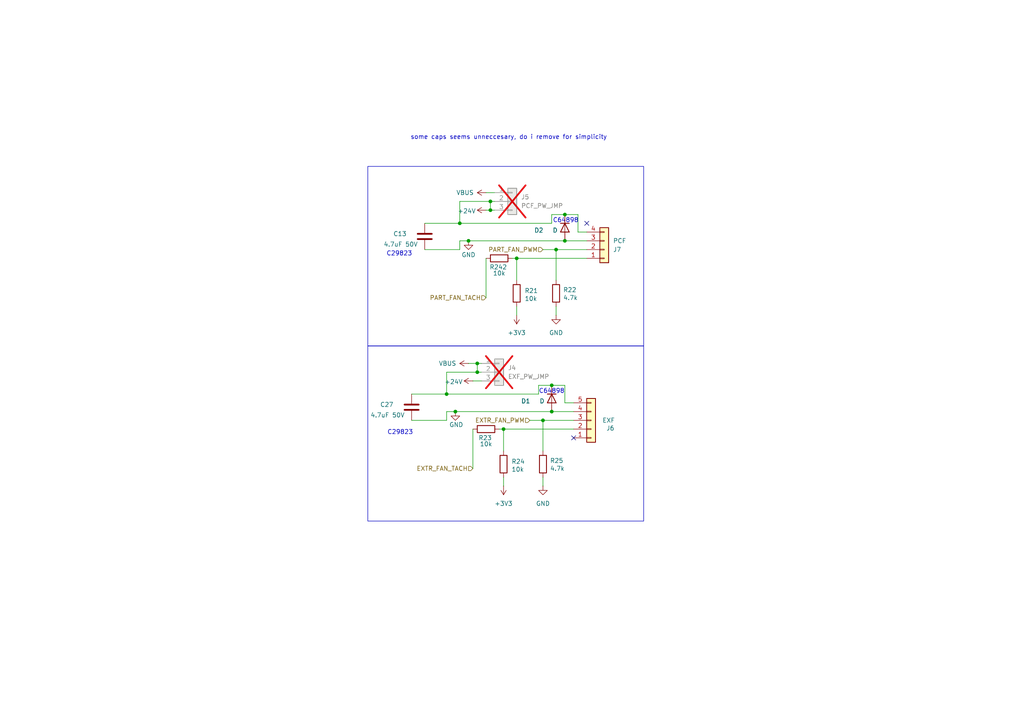
<source format=kicad_sch>
(kicad_sch (version 20250114) (generator "eeschema") (generator_version "9.0")
  (paper "A4")
  (lib_symbols
    (symbol "Connector_Generic:Conn_01x03" (pin_names (offset 1.016) (hide yes))
      (property "Reference" "J" (at 0 5.08 0))
      (property "Value" "Conn_01x03" (at 0 -5.08 0))
      (symbol "Conn_01x03_1_1"
        (rectangle (start -1.27 3.81) (end 1.27 -3.81) (stroke (width 0.254)) (fill (type background)))
        (rectangle (start -1.27 2.667) (end 0 2.413) (stroke (width 0.1524)))
        (rectangle (start -1.27 0.127) (end 0 -0.127) (stroke (width 0.1524)))
        (rectangle (start -1.27 -2.413) (end 0 -2.667) (stroke (width 0.1524)))
        (pin passive line (at -5.08 2.54 0) (length 3.81) (name "Pin_1") (number "1"))
        (pin passive line (at -5.08 0 0) (length 3.81) (name "Pin_2") (number "2"))
        (pin passive line (at -5.08 -2.54 0) (length 3.81) (name "Pin_3") (number "3"))
      )
    )
    (symbol "Connector_Generic:Conn_01x04" (pin_names (offset 1.016) (hide yes))
      (property "Reference" "J" (at 0 5.08 0))
      (property "Value" "Conn_01x04" (at 0 -7.62 0))
      (symbol "Conn_01x04_1_1"
        (rectangle (start -1.27 3.81) (end 1.27 -6.35) (stroke (width 0.254)) (fill (type background)))
        (rectangle (start -1.27 2.667) (end 0 2.413) (stroke (width 0.1524)))
        (rectangle (start -1.27 0.127) (end 0 -0.127) (stroke (width 0.1524)))
        (rectangle (start -1.27 -2.413) (end 0 -2.667) (stroke (width 0.1524)))
        (rectangle (start -1.27 -4.953) (end 0 -5.207) (stroke (width 0.1524)))
        (pin passive line (at -5.08 2.54 0) (length 3.81) (name "Pin_1") (number "1"))
        (pin passive line (at -5.08 0 0) (length 3.81) (name "Pin_2") (number "2"))
        (pin passive line (at -5.08 -2.54 0) (length 3.81) (name "Pin_3") (number "3"))
        (pin passive line (at -5.08 -5.08 0) (length 3.81) (name "Pin_4") (number "4"))
      )
    )
    (symbol "Connector_Generic:Conn_01x05" (pin_names (offset 1.016) (hide yes))
      (property "Reference" "J" (at 0 7.62 0))
      (property "Value" "Conn_01x05" (at 0 -7.62 0))
      (symbol "Conn_01x05_1_1"
        (rectangle (start -1.27 6.35) (end 1.27 -6.35) (stroke (width 0.254)) (fill (type background)))
        (rectangle (start -1.27 5.207) (end 0 4.953) (stroke (width 0.1524)))
        (rectangle (start -1.27 2.667) (end 0 2.413) (stroke (width 0.1524)))
        (rectangle (start -1.27 0.127) (end 0 -0.127) (stroke (width 0.1524)))
        (rectangle (start -1.27 -2.413) (end 0 -2.667) (stroke (width 0.1524)))
        (rectangle (start -1.27 -4.953) (end 0 -5.207) (stroke (width 0.1524)))
        (pin passive line (at -5.08 5.08 0) (length 3.81) (name "Pin_1") (number "1"))
        (pin passive line (at -5.08 2.54 0) (length 3.81) (name "Pin_2") (number "2"))
        (pin passive line (at -5.08 0 0) (length 3.81) (name "Pin_3") (number "3"))
        (pin passive line (at -5.08 -2.54 0) (length 3.81) (name "Pin_4") (number "4"))
        (pin passive line (at -5.08 -5.08 0) (length 3.81) (name "Pin_5") (number "5"))
      )
    )
    (symbol "Device:C" (pin_numbers (hide yes)) (pin_names (offset 0.254))
      (property "Reference" "C" (at 0.635 2.54 0))
      (property "Value" "C" (at 0.635 -2.54 0))
      (symbol "C_0_1"
        (polyline (pts (xy -2.032 0.762) (xy 2.032 0.762)) (stroke (width 0.508)))
        (polyline (pts (xy -2.032 -0.762) (xy 2.032 -0.762)) (stroke (width 0.508)))
      )
      (symbol "C_1_1"
        (pin passive line (at 0 3.81 270) (length 2.794) (name "~") (number "1"))
        (pin passive line (at 0 -3.81 90) (length 2.794) (name "~") (number "2"))
      )
    )
    (symbol "Device:D" (pin_numbers (hide yes)) (pin_names (offset 1.016) (hide yes))
      (property "Reference" "D" (at 0 2.54 0))
      (property "Value" "D" (at 0 -2.54 0))
      (symbol "D_0_1"
        (polyline (pts (xy -1.27 1.27) (xy -1.27 -1.27)) (stroke (width 0.254)))
        (polyline (pts (xy 1.27 1.27) (xy 1.27 -1.27) (xy -1.27 0) (xy 1.27 1.27)) (stroke (width 0.254)))
        (polyline (pts (xy 1.27 0) (xy -1.27 0)))
      )
      (symbol "D_1_1"
        (pin passive line (at -3.81 0 0) (length 2.54) (name "K") (number "1"))
        (pin passive line (at 3.81 0 180) (length 2.54) (name "A") (number "2"))
      )
    )
    (symbol "Device:R" (pin_numbers (hide yes)) (pin_names (offset 0))
      (property "Reference" "R" (at 2.032 0 90))
      (property "Value" "R" (at 0 0 90))
      (symbol "R_0_1"
        (rectangle (start -1.016 -2.54) (end 1.016 2.54) (stroke (width 0.254)))
      )
      (symbol "R_1_1"
        (pin passive line (at 0 3.81 270) (length 1.27) (name "~") (number "1"))
        (pin passive line (at 0 -3.81 90) (length 1.27) (name "~") (number "2"))
      )
    )
    (symbol "power:+24V" (power) (pin_numbers (hide yes)) (pin_names (offset 0) (hide yes))
      (property "Value" "+24V" (at 0 3.556 0))
      (symbol "+24V_0_1"
        (polyline (pts (xy -0.762 1.27) (xy 0 2.54)))
        (polyline (pts (xy 0 2.54) (xy 0.762 1.27)))
        (polyline (pts (xy 0 0) (xy 0 2.54)))
      )
      (symbol "+24V_1_1"
        (pin power_in line (at 0 0 90) (length 0) (name "~") (number "1"))
      )
    )
    (symbol "power:+3V3" (power) (pin_numbers (hide yes)) (pin_names (offset 0) (hide yes))
      (property "Value" "+3V3" (at 0 3.556 0))
      (symbol "+3V3_0_1"
        (polyline (pts (xy -0.762 1.27) (xy 0 2.54)))
        (polyline (pts (xy 0 2.54) (xy 0.762 1.27)))
        (polyline (pts (xy 0 0) (xy 0 2.54)))
      )
      (symbol "+3V3_1_1"
        (pin power_in line (at 0 0 90) (length 0) (name "~") (number "1"))
      )
    )
    (symbol "power:GND" (power) (pin_numbers (hide yes)) (pin_names (offset 0) (hide yes))
      (property "Value" "GND" (at 0 -3.81 0))
      (symbol "GND_0_1"
        (polyline (pts (xy 0 0) (xy 0 -1.27) (xy 1.27 -1.27) (xy 0 -2.54) (xy -1.27 -1.27) (xy 0 -1.27)))
      )
      (symbol "GND_1_1"
        (pin power_in line (at 0 0 270) (length 0) (name "~") (number "1"))
      )
    )
    (symbol "power:VBUS" (power) (pin_numbers (hide yes)) (pin_names (offset 0) (hide yes))
      (property "Value" "VBUS" (at 0 3.556 0))
      (symbol "VBUS_0_1"
        (polyline (pts (xy -0.762 1.27) (xy 0 2.54)))
        (polyline (pts (xy 0 2.54) (xy 0.762 1.27)))
        (polyline (pts (xy 0 0) (xy 0 2.54)))
      )
      (symbol "VBUS_1_1"
        (pin power_in line (at 0 0 90) (length 0) (name "~") (number "1"))
      )
    )
  )
  (rectangle (start 106.68 100.33) (end 186.69 151.13))
  (rectangle (start 106.68 48.26) (end 186.69 100.33))
  (text "C29823" (at 115.824 73.66 0) (effects (font (size 1.27 1.27))))
  (text "some caps seems unneccesary, do i remove for simplicity" (at 147.574 39.878 0) (effects (font (size 1.27 1.27))))
  (text "C64898" (at 160.02 113.538 0) (effects (font (size 1.27 1.27))))
  (text "C64898" (at 164.084 64.008 0) (effects (font (size 1.27 1.27))))
  (text "C29823" (at 116.078 125.476 0) (effects (font (size 1.27 1.27))))
  (junction (at 146.05 124.46))
  (junction (at 161.29 72.39))
  (junction (at 129.54 114.3))
  (junction (at 160.02 111.76))
  (junction (at 133.35 64.77))
  (junction (at 132.08 119.38))
  (junction (at 138.43 107.95))
  (junction (at 157.48 121.92))
  (junction (at 163.83 69.85))
  (junction (at 163.83 62.23))
  (junction (at 135.89 69.85))
  (junction (at 142.24 60.96))
  (junction (at 149.86 74.93))
  (junction (at 160.02 119.38))
  (junction (at 138.43 105.41))
  (junction (at 142.24 58.42))
  (no_connect (at 166.37 127))
  (no_connect (at 170.18 64.77))
  (wire (pts (xy 135.89 105.41) (xy 138.43 105.41)))
  (wire (pts (xy 133.35 72.39) (xy 123.19 72.39)))
  (wire (pts (xy 133.35 58.42) (xy 133.35 64.77)))
  (wire (pts (xy 140.97 55.88) (xy 143.51 55.88)))
  (wire (pts (xy 157.48 72.39) (xy 161.29 72.39)))
  (wire (pts (xy 140.97 60.96) (xy 142.24 60.96)))
  (wire (pts (xy 161.29 88.9) (xy 161.29 91.44)))
  (wire (pts (xy 132.08 119.38) (xy 160.02 119.38)))
  (wire (pts (xy 146.05 140.97) (xy 146.05 138.43)))
  (wire (pts (xy 142.24 58.42) (xy 133.35 58.42)))
  (wire (pts (xy 119.38 114.3) (xy 129.54 114.3)))
  (wire (pts (xy 123.19 64.77) (xy 133.35 64.77)))
  (wire (pts (xy 132.08 119.38) (xy 129.54 119.38)))
  (wire (pts (xy 148.59 74.93) (xy 149.86 74.93)))
  (wire (pts (xy 149.86 91.44) (xy 149.86 88.9)))
  (wire (pts (xy 129.54 107.95) (xy 129.54 114.3)))
  (wire (pts (xy 160.02 111.76) (xy 163.83 111.76)))
  (wire (pts (xy 163.83 62.23) (xy 167.64 62.23)))
  (wire (pts (xy 149.86 74.93) (xy 170.18 74.93)))
  (wire (pts (xy 161.29 72.39) (xy 170.18 72.39)))
  (wire (pts (xy 149.86 74.93) (xy 149.86 81.28)))
  (wire (pts (xy 160.02 119.38) (xy 166.37 119.38)))
  (wire (pts (xy 138.43 105.41) (xy 139.7 105.41)))
  (wire (pts (xy 160.02 62.23) (xy 163.83 62.23)))
  (wire (pts (xy 140.97 86.36) (xy 140.97 74.93)))
  (wire (pts (xy 139.7 107.95) (xy 138.43 107.95)))
  (wire (pts (xy 129.54 119.38) (xy 129.54 121.92)))
  (wire (pts (xy 129.54 114.3) (xy 156.21 114.3)))
  (wire (pts (xy 137.16 110.49) (xy 139.7 110.49)))
  (wire (pts (xy 160.02 64.77) (xy 160.02 62.23)))
  (wire (pts (xy 163.83 116.84) (xy 166.37 116.84)))
  (wire (pts (xy 142.24 58.42) (xy 142.24 60.96)))
  (wire (pts (xy 163.83 111.76) (xy 163.83 116.84)))
  (wire (pts (xy 167.64 67.31) (xy 170.18 67.31)))
  (wire (pts (xy 142.24 60.96) (xy 143.51 60.96)))
  (wire (pts (xy 157.48 138.43) (xy 157.48 140.97)))
  (wire (pts (xy 129.54 121.92) (xy 119.38 121.92)))
  (wire (pts (xy 157.48 121.92) (xy 166.37 121.92)))
  (wire (pts (xy 157.48 121.92) (xy 157.48 130.81)))
  (wire (pts (xy 133.35 69.85) (xy 133.35 72.39)))
  (wire (pts (xy 133.35 64.77) (xy 160.02 64.77)))
  (wire (pts (xy 156.21 111.76) (xy 160.02 111.76)))
  (wire (pts (xy 146.05 124.46) (xy 146.05 130.81)))
  (wire (pts (xy 138.43 107.95) (xy 129.54 107.95)))
  (wire (pts (xy 137.16 135.89) (xy 137.16 124.46)))
  (wire (pts (xy 135.89 69.85) (xy 163.83 69.85)))
  (wire (pts (xy 138.43 105.41) (xy 138.43 107.95)))
  (wire (pts (xy 135.89 69.85) (xy 133.35 69.85)))
  (wire (pts (xy 153.67 121.92) (xy 157.48 121.92)))
  (wire (pts (xy 144.78 124.46) (xy 146.05 124.46)))
  (wire (pts (xy 161.29 72.39) (xy 161.29 81.28)))
  (wire (pts (xy 163.83 69.85) (xy 170.18 69.85)))
  (wire (pts (xy 167.64 62.23) (xy 167.64 67.31)))
  (wire (pts (xy 156.21 114.3) (xy 156.21 111.76)))
  (wire (pts (xy 146.05 124.46) (xy 166.37 124.46)))
  (wire (pts (xy 143.51 58.42) (xy 142.24 58.42)))
  (hierarchical_label "PART_FAN_PWM" (shape input) (at 157.48 72.39 180))
  (hierarchical_label "EXTR_FAN_PWM" (shape input) (at 153.67 121.92 180))
  (hierarchical_label "EXTR_FAN_TACH" (shape input) (at 137.16 135.89 180))
  (hierarchical_label "PART_FAN_TACH" (shape input) (at 140.97 86.36 180))
  (symbol (lib_id "power:+24V") (at 137.16 110.49 90) (unit 1)
    (property "Reference" "#PWR026" (effects (hide yes)))
    (property "Value" "+24V" (at 131.572 110.744 90))
    (property "Description" "Power symbol creates a global label with name \"+24V\"" (effects (hide yes)))
  )
  (symbol (lib_id "Device:R") (at 140.97 124.46 90) (unit 1)
    (property "Reference" "R23" (at 140.716 127 90))
    (property "Value" "10k" (at 140.97 128.778 90))
    (property "Footprint" "Resistor_SMD:R_0402_1005Metric" (effects (hide yes)))
    (property "Description" "Resistor" (effects (hide yes)))
  )
  (symbol (lib_id "Connector_Generic:Conn_01x05") (at 171.45 121.92 0) (mirror x) (unit 1) (in_bom no)
    (property "Reference" "J6" (at 177.038 124.206 0))
    (property "Value" "EXF" (at 176.53 121.92 0))
    (property "Footprint" "Connector_JST:JST_XH_B5B-XH-A_1x05_P2.50mm_Vertical" (effects (hide yes)))
    (property "Description" "Generic connector, single row, 01x05, script generated (kicad-library-utils/schlib/autogen/connector/)" (effects (hide yes)))
  )
  (symbol (lib_id "power:+3V3") (at 149.86 91.44 180) (unit 1)
    (property "Reference" "#PWR030" (effects (hide yes)))
    (property "Value" "+3V3" (at 149.86 96.52 0))
    (property "Description" "Power symbol creates a global label with name \"+3V3\"" (effects (hide yes)))
  )
  (symbol (lib_id "power:+24V") (at 140.97 60.96 90) (unit 1)
    (property "Reference" "#PWR028" (effects (hide yes)))
    (property "Value" "+24V" (at 135.382 61.214 90))
    (property "Description" "Power symbol creates a global label with name \"+24V\"" (effects (hide yes)))
  )
  (symbol (lib_id "Device:C") (at 119.38 118.11 0) (unit 1)
    (property "Reference" "C27" (at 110.236 117.348 0) (effects (justify left)))
    (property "Value" "4.7uF 50V" (at 107.442 120.396 0) (effects (justify left)))
    (property "Footprint" "Capacitor_SMD:C_1206_3216Metric" (effects (hide yes)))
    (property "Description" "Unpolarized capacitor" (effects (hide yes)))
  )
  (symbol (lib_id "power:VBUS") (at 140.97 55.88 90) (unit 1)
    (property "Reference" "#PWR027" (effects (hide yes)))
    (property "Value" "VBUS" (at 134.874 55.88 90))
    (property "Description" "Power symbol creates a global label with name \"VBUS\"" (effects (hide yes)))
  )
  (symbol (lib_id "Connector_Generic:Conn_01x03") (at 144.78 107.95 0) (unit 1) (in_bom no) (on_board no) (dnp yes)
    (property "Reference" "J4" (at 147.32 106.6799 0) (effects (justify left)))
    (property "Value" "EXF_PW_JMP" (at 147.32 109.2199 0) (effects (justify left)))
    (property "Footprint" "Connector_PinHeader_2.54mm:PinHeader_1x03_P2.54mm_Vertical" (effects (hide yes)))
    (property "Description" "Generic connector, single row, 01x03, script generated (kicad-library-utils/schlib/autogen/connector/)" (effects (hide yes)))
  )
  (symbol (lib_id "Device:C") (at 123.19 68.58 0) (unit 1)
    (property "Reference" "C13" (at 114.046 67.818 0) (effects (justify left)))
    (property "Value" "4.7uF 50V" (at 111.252 70.866 0) (effects (justify left)))
    (property "Footprint" "Capacitor_SMD:C_1206_3216Metric" (effects (hide yes)))
    (property "Description" "Unpolarized capacitor" (effects (hide yes)))
  )
  (symbol (lib_id "Device:D") (at 163.83 66.04 270) (unit 1)
    (property "Reference" "D2" (at 154.94 66.802 90) (effects (justify left)))
    (property "Value" "D" (at 160.274 66.802 90) (effects (justify left)))
    (property "Footprint" "Diode_SMD:D_SOD-123F" (effects (hide yes)))
    (property "Description" "Diode" (effects (hide yes)))
    (property "Sim.Device" "D" (effects (hide yes)))
    (property "Sim.Pins" "1=K 2=A" (effects (hide yes)))
  )
  (symbol (lib_id "power:GND") (at 157.48 140.97 0) (unit 1)
    (property "Reference" "#PWR031" (effects (hide yes)))
    (property "Value" "GND" (at 157.48 146.05 0))
    (property "Description" "Power symbol creates a global label with name \"GND\" , ground" (effects (hide yes)))
  )
  (symbol (lib_id "Connector_Generic:Conn_01x04") (at 175.26 72.39 0) (mirror x) (unit 1)
    (property "Reference" "J7" (at 177.8 72.3901 0) (effects (justify left)))
    (property "Value" "PCF" (at 177.8 69.8501 0) (effects (justify left)))
    (property "Footprint" "Connector_JST:JST_XH_B4B-XH-A_1x04_P2.50mm_Vertical" (effects (hide yes)))
    (property "Description" "Generic connector, single row, 01x04, script generated (kicad-library-utils/schlib/autogen/connector/)" (effects (hide yes)))
  )
  (symbol (lib_id "power:+3V3") (at 146.05 140.97 180) (unit 1)
    (property "Reference" "#PWR029" (effects (hide yes)))
    (property "Value" "+3V3" (at 146.05 146.05 0))
    (property "Description" "Power symbol creates a global label with name \"+3V3\"" (effects (hide yes)))
  )
  (symbol (lib_id "Device:R") (at 161.29 85.09 0) (unit 1)
    (property "Reference" "R22" (at 163.322 84.074 0) (effects (justify left)))
    (property "Value" "4.7k" (at 163.322 86.36 0) (effects (justify left)))
    (property "Footprint" "Resistor_SMD:R_0402_1005Metric" (effects (hide yes)))
    (property "Description" "Resistor" (effects (hide yes)))
  )
  (symbol (lib_id "power:VBUS") (at 135.89 105.41 90) (unit 1)
    (property "Reference" "#PWR025" (effects (hide yes)))
    (property "Value" "VBUS" (at 129.794 105.41 90))
    (property "Description" "Power symbol creates a global label with name \"VBUS\"" (effects (hide yes)))
  )
  (symbol (lib_id "power:GND") (at 132.08 119.38 0) (unit 1)
    (property "Reference" "#PWR023" (effects (hide yes)))
    (property "Value" "GND" (at 132.334 123.19 0))
    (property "Description" "Power symbol creates a global label with name \"GND\" , ground" (effects (hide yes)))
  )
  (symbol (lib_id "Device:R") (at 157.48 134.62 0) (unit 1)
    (property "Reference" "R25" (at 159.512 133.604 0) (effects (justify left)))
    (property "Value" "4.7k" (at 159.512 135.89 0) (effects (justify left)))
    (property "Footprint" "Resistor_SMD:R_0402_1005Metric" (effects (hide yes)))
    (property "Description" "Resistor" (effects (hide yes)))
  )
  (symbol (lib_id "Device:D") (at 160.02 115.57 270) (unit 1)
    (property "Reference" "D1" (at 151.13 116.332 90) (effects (justify left)))
    (property "Value" "D" (at 156.464 116.332 90) (effects (justify left)))
    (property "Footprint" "Diode_SMD:D_SOD-123F" (effects (hide yes)))
    (property "Description" "Diode" (effects (hide yes)))
    (property "Sim.Device" "D" (effects (hide yes)))
    (property "Sim.Pins" "1=K 2=A" (effects (hide yes)))
  )
  (symbol (lib_id "Device:R") (at 149.86 85.09 180) (unit 1)
    (property "Reference" "R21" (at 152.146 84.328 0) (effects (justify right)))
    (property "Value" "10k" (at 152.146 86.614 0) (effects (justify right)))
    (property "Footprint" "Resistor_SMD:R_0402_1005Metric" (effects (hide yes)))
    (property "Description" "Resistor" (effects (hide yes)))
  )
  (symbol (lib_id "power:GND") (at 161.29 91.44 0) (unit 1)
    (property "Reference" "#PWR032" (effects (hide yes)))
    (property "Value" "GND" (at 161.29 96.52 0))
    (property "Description" "Power symbol creates a global label with name \"GND\" , ground" (effects (hide yes)))
  )
  (symbol (lib_id "Device:R") (at 146.05 134.62 180) (unit 1)
    (property "Reference" "R24" (at 148.336 133.858 0) (effects (justify right)))
    (property "Value" "10k" (at 148.336 136.144 0) (effects (justify right)))
    (property "Footprint" "Resistor_SMD:R_0402_1005Metric" (effects (hide yes)))
    (property "Description" "Resistor" (effects (hide yes)))
  )
  (symbol (lib_id "Device:R") (at 144.78 74.93 90) (unit 1)
    (property "Reference" "R242" (at 144.526 77.47 90))
    (property "Value" "10k" (at 144.78 79.248 90))
    (property "Footprint" "Resistor_SMD:R_0402_1005Metric" (effects (hide yes)))
    (property "Description" "Resistor" (effects (hide yes)))
  )
  (symbol (lib_id "power:GND") (at 135.89 69.85 0) (unit 1)
    (property "Reference" "#PWR024" (effects (hide yes)))
    (property "Value" "GND" (at 135.89 73.914 0))
    (property "Description" "Power symbol creates a global label with name \"GND\" , ground" (effects (hide yes)))
  )
  (symbol (lib_id "Connector_Generic:Conn_01x03") (at 148.59 58.42 0) (unit 1) (in_bom no) (on_board no) (dnp yes)
    (property "Reference" "J5" (at 151.13 57.1499 0) (effects (justify left)))
    (property "Value" "PCF_PW_JMP" (at 151.13 59.6899 0) (effects (justify left)))
    (property "Footprint" "Connector_PinHeader_2.54mm:PinHeader_1x03_P2.54mm_Vertical" (effects (hide yes)))
    (property "Description" "Generic connector, single row, 01x03, script generated (kicad-library-utils/schlib/autogen/connector/)" (effects (hide yes)))
  )
)
</source>
